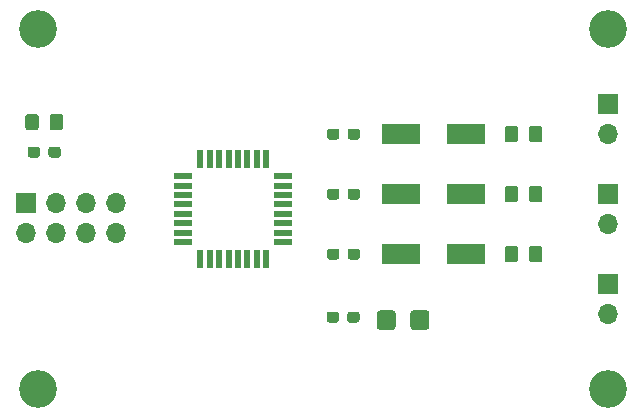
<source format=gbr>
%TF.GenerationSoftware,KiCad,Pcbnew,5.99.0-unknown-1463dd1~101~ubuntu20.04.1*%
%TF.CreationDate,2020-07-08T00:12:40-04:00*%
%TF.ProjectId,Metal Detector,4d657461-6c20-4446-9574-6563746f722e,rev?*%
%TF.SameCoordinates,Original*%
%TF.FileFunction,Soldermask,Top*%
%TF.FilePolarity,Negative*%
%FSLAX46Y46*%
G04 Gerber Fmt 4.6, Leading zero omitted, Abs format (unit mm)*
G04 Created by KiCad (PCBNEW 5.99.0-unknown-1463dd1~101~ubuntu20.04.1) date 2020-07-08 00:12:40*
%MOMM*%
%LPD*%
G01*
G04 APERTURE LIST*
%ADD10C,3.200000*%
%ADD11O,1.700000X1.700000*%
%ADD12R,1.700000X1.700000*%
%ADD13R,3.300000X1.700000*%
%ADD14R,0.550000X1.600000*%
%ADD15R,1.600000X0.550000*%
G04 APERTURE END LIST*
D10*
%TO.C,H4*%
X180340000Y-86360000D03*
%TD*%
%TO.C,H3*%
X228600000Y-86360000D03*
%TD*%
%TO.C,H2*%
X228600000Y-116840000D03*
%TD*%
%TO.C,H1*%
X180340000Y-116840000D03*
%TD*%
D11*
%TO.C,J1*%
X186944000Y-103632000D03*
X186944000Y-101092000D03*
X184404000Y-103632000D03*
X184404000Y-101092000D03*
X181864000Y-103632000D03*
X181864000Y-101092000D03*
X179324000Y-103632000D03*
D12*
X179324000Y-101092000D03*
%TD*%
D11*
%TO.C,coil2*%
X228600000Y-110490000D03*
D12*
X228600000Y-107950000D03*
%TD*%
%TO.C,R5*%
G36*
G01*
X181198000Y-97011500D02*
X181198000Y-96536500D01*
G75*
G02*
X181435500Y-96299000I237500J0D01*
G01*
X182010500Y-96299000D01*
G75*
G02*
X182248000Y-96536500I0J-237500D01*
G01*
X182248000Y-97011500D01*
G75*
G02*
X182010500Y-97249000I-237500J0D01*
G01*
X181435500Y-97249000D01*
G75*
G02*
X181198000Y-97011500I0J237500D01*
G01*
G37*
G36*
G01*
X179448000Y-97011500D02*
X179448000Y-96536500D01*
G75*
G02*
X179685500Y-96299000I237500J0D01*
G01*
X180260500Y-96299000D01*
G75*
G02*
X180498000Y-96536500I0J-237500D01*
G01*
X180498000Y-97011500D01*
G75*
G02*
X180260500Y-97249000I-237500J0D01*
G01*
X179685500Y-97249000D01*
G75*
G02*
X179448000Y-97011500I0J237500D01*
G01*
G37*
%TD*%
D13*
%TO.C,D4*%
X211052500Y-95250000D03*
X216552500Y-95250000D03*
%TD*%
%TO.C,D3*%
X211052500Y-105410000D03*
X216552500Y-105410000D03*
%TD*%
%TO.C,D2*%
X211052500Y-100330000D03*
X216552500Y-100330000D03*
%TD*%
D14*
%TO.C,U1*%
X194050000Y-97350000D03*
X194850000Y-97350000D03*
X195650000Y-97350000D03*
X196450000Y-97350000D03*
X197250000Y-97350000D03*
X198050000Y-97350000D03*
X198850000Y-97350000D03*
X199650000Y-97350000D03*
D15*
X201100000Y-98800000D03*
X201100000Y-99600000D03*
X201100000Y-100400000D03*
X201100000Y-101200000D03*
X201100000Y-102000000D03*
X201100000Y-102800000D03*
X201100000Y-103600000D03*
X201100000Y-104400000D03*
D14*
X199650000Y-105850000D03*
X198850000Y-105850000D03*
X198050000Y-105850000D03*
X197250000Y-105850000D03*
X196450000Y-105850000D03*
X195650000Y-105850000D03*
X194850000Y-105850000D03*
X194050000Y-105850000D03*
D15*
X192600000Y-104400000D03*
X192600000Y-103600000D03*
X192600000Y-102800000D03*
X192600000Y-102000000D03*
X192600000Y-101200000D03*
X192600000Y-100400000D03*
X192600000Y-99600000D03*
X192600000Y-98800000D03*
%TD*%
%TO.C,R4*%
G36*
G01*
X206532500Y-95487500D02*
X206532500Y-95012500D01*
G75*
G02*
X206770000Y-94775000I237500J0D01*
G01*
X207345000Y-94775000D01*
G75*
G02*
X207582500Y-95012500I0J-237500D01*
G01*
X207582500Y-95487500D01*
G75*
G02*
X207345000Y-95725000I-237500J0D01*
G01*
X206770000Y-95725000D01*
G75*
G02*
X206532500Y-95487500I0J237500D01*
G01*
G37*
G36*
G01*
X204782500Y-95487500D02*
X204782500Y-95012500D01*
G75*
G02*
X205020000Y-94775000I237500J0D01*
G01*
X205595000Y-94775000D01*
G75*
G02*
X205832500Y-95012500I0J-237500D01*
G01*
X205832500Y-95487500D01*
G75*
G02*
X205595000Y-95725000I-237500J0D01*
G01*
X205020000Y-95725000D01*
G75*
G02*
X204782500Y-95487500I0J237500D01*
G01*
G37*
%TD*%
%TO.C,R3*%
G36*
G01*
X206532500Y-105647500D02*
X206532500Y-105172500D01*
G75*
G02*
X206770000Y-104935000I237500J0D01*
G01*
X207345000Y-104935000D01*
G75*
G02*
X207582500Y-105172500I0J-237500D01*
G01*
X207582500Y-105647500D01*
G75*
G02*
X207345000Y-105885000I-237500J0D01*
G01*
X206770000Y-105885000D01*
G75*
G02*
X206532500Y-105647500I0J237500D01*
G01*
G37*
G36*
G01*
X204782500Y-105647500D02*
X204782500Y-105172500D01*
G75*
G02*
X205020000Y-104935000I237500J0D01*
G01*
X205595000Y-104935000D01*
G75*
G02*
X205832500Y-105172500I0J-237500D01*
G01*
X205832500Y-105647500D01*
G75*
G02*
X205595000Y-105885000I-237500J0D01*
G01*
X205020000Y-105885000D01*
G75*
G02*
X204782500Y-105647500I0J237500D01*
G01*
G37*
%TD*%
%TO.C,R2*%
G36*
G01*
X206532500Y-100567500D02*
X206532500Y-100092500D01*
G75*
G02*
X206770000Y-99855000I237500J0D01*
G01*
X207345000Y-99855000D01*
G75*
G02*
X207582500Y-100092500I0J-237500D01*
G01*
X207582500Y-100567500D01*
G75*
G02*
X207345000Y-100805000I-237500J0D01*
G01*
X206770000Y-100805000D01*
G75*
G02*
X206532500Y-100567500I0J237500D01*
G01*
G37*
G36*
G01*
X204782500Y-100567500D02*
X204782500Y-100092500D01*
G75*
G02*
X205020000Y-99855000I237500J0D01*
G01*
X205595000Y-99855000D01*
G75*
G02*
X205832500Y-100092500I0J-237500D01*
G01*
X205832500Y-100567500D01*
G75*
G02*
X205595000Y-100805000I-237500J0D01*
G01*
X205020000Y-100805000D01*
G75*
G02*
X204782500Y-100567500I0J237500D01*
G01*
G37*
%TD*%
%TO.C,R1*%
G36*
G01*
X206499000Y-110981500D02*
X206499000Y-110506500D01*
G75*
G02*
X206736500Y-110269000I237500J0D01*
G01*
X207311500Y-110269000D01*
G75*
G02*
X207549000Y-110506500I0J-237500D01*
G01*
X207549000Y-110981500D01*
G75*
G02*
X207311500Y-111219000I-237500J0D01*
G01*
X206736500Y-111219000D01*
G75*
G02*
X206499000Y-110981500I0J237500D01*
G01*
G37*
G36*
G01*
X204749000Y-110981500D02*
X204749000Y-110506500D01*
G75*
G02*
X204986500Y-110269000I237500J0D01*
G01*
X205561500Y-110269000D01*
G75*
G02*
X205799000Y-110506500I0J-237500D01*
G01*
X205799000Y-110981500D01*
G75*
G02*
X205561500Y-111219000I-237500J0D01*
G01*
X204986500Y-111219000D01*
G75*
G02*
X204749000Y-110981500I0J237500D01*
G01*
G37*
%TD*%
%TO.C,D1*%
G36*
G01*
X210604000Y-110423000D02*
X210604000Y-111573000D01*
G75*
G02*
X210354000Y-111823000I-250000J0D01*
G01*
X209254000Y-111823000D01*
G75*
G02*
X209004000Y-111573000I0J250000D01*
G01*
X209004000Y-110423000D01*
G75*
G02*
X209254000Y-110173000I250000J0D01*
G01*
X210354000Y-110173000D01*
G75*
G02*
X210604000Y-110423000I0J-250000D01*
G01*
G37*
G36*
G01*
X213454000Y-110423000D02*
X213454000Y-111573000D01*
G75*
G02*
X213204000Y-111823000I-250000J0D01*
G01*
X212104000Y-111823000D01*
G75*
G02*
X211854000Y-111573000I0J250000D01*
G01*
X211854000Y-110423000D01*
G75*
G02*
X212104000Y-110173000I250000J0D01*
G01*
X213204000Y-110173000D01*
G75*
G02*
X213454000Y-110423000I0J-250000D01*
G01*
G37*
%TD*%
D11*
%TO.C,coil3*%
X228600000Y-95250000D03*
D12*
X228600000Y-92710000D03*
%TD*%
D11*
%TO.C,coil1*%
X228600000Y-102870000D03*
D12*
X228600000Y-100330000D03*
%TD*%
%TO.C,C4*%
G36*
G01*
X221872500Y-95700000D02*
X221872500Y-94800000D01*
G75*
G02*
X222122500Y-94550000I250000J0D01*
G01*
X222772500Y-94550000D01*
G75*
G02*
X223022500Y-94800000I0J-250000D01*
G01*
X223022500Y-95700000D01*
G75*
G02*
X222772500Y-95950000I-250000J0D01*
G01*
X222122500Y-95950000D01*
G75*
G02*
X221872500Y-95700000I0J250000D01*
G01*
G37*
G36*
G01*
X219822500Y-95700000D02*
X219822500Y-94800000D01*
G75*
G02*
X220072500Y-94550000I250000J0D01*
G01*
X220722500Y-94550000D01*
G75*
G02*
X220972500Y-94800000I0J-250000D01*
G01*
X220972500Y-95700000D01*
G75*
G02*
X220722500Y-95950000I-250000J0D01*
G01*
X220072500Y-95950000D01*
G75*
G02*
X219822500Y-95700000I0J250000D01*
G01*
G37*
%TD*%
%TO.C,C3*%
G36*
G01*
X221872500Y-105860000D02*
X221872500Y-104960000D01*
G75*
G02*
X222122500Y-104710000I250000J0D01*
G01*
X222772500Y-104710000D01*
G75*
G02*
X223022500Y-104960000I0J-250000D01*
G01*
X223022500Y-105860000D01*
G75*
G02*
X222772500Y-106110000I-250000J0D01*
G01*
X222122500Y-106110000D01*
G75*
G02*
X221872500Y-105860000I0J250000D01*
G01*
G37*
G36*
G01*
X219822500Y-105860000D02*
X219822500Y-104960000D01*
G75*
G02*
X220072500Y-104710000I250000J0D01*
G01*
X220722500Y-104710000D01*
G75*
G02*
X220972500Y-104960000I0J-250000D01*
G01*
X220972500Y-105860000D01*
G75*
G02*
X220722500Y-106110000I-250000J0D01*
G01*
X220072500Y-106110000D01*
G75*
G02*
X219822500Y-105860000I0J250000D01*
G01*
G37*
%TD*%
%TO.C,C2*%
G36*
G01*
X221872500Y-100780000D02*
X221872500Y-99880000D01*
G75*
G02*
X222122500Y-99630000I250000J0D01*
G01*
X222772500Y-99630000D01*
G75*
G02*
X223022500Y-99880000I0J-250000D01*
G01*
X223022500Y-100780000D01*
G75*
G02*
X222772500Y-101030000I-250000J0D01*
G01*
X222122500Y-101030000D01*
G75*
G02*
X221872500Y-100780000I0J250000D01*
G01*
G37*
G36*
G01*
X219822500Y-100780000D02*
X219822500Y-99880000D01*
G75*
G02*
X220072500Y-99630000I250000J0D01*
G01*
X220722500Y-99630000D01*
G75*
G02*
X220972500Y-99880000I0J-250000D01*
G01*
X220972500Y-100780000D01*
G75*
G02*
X220722500Y-101030000I-250000J0D01*
G01*
X220072500Y-101030000D01*
G75*
G02*
X219822500Y-100780000I0J250000D01*
G01*
G37*
%TD*%
%TO.C,C1*%
G36*
G01*
X181298000Y-94684000D02*
X181298000Y-93784000D01*
G75*
G02*
X181548000Y-93534000I250000J0D01*
G01*
X182198000Y-93534000D01*
G75*
G02*
X182448000Y-93784000I0J-250000D01*
G01*
X182448000Y-94684000D01*
G75*
G02*
X182198000Y-94934000I-250000J0D01*
G01*
X181548000Y-94934000D01*
G75*
G02*
X181298000Y-94684000I0J250000D01*
G01*
G37*
G36*
G01*
X179248000Y-94684000D02*
X179248000Y-93784000D01*
G75*
G02*
X179498000Y-93534000I250000J0D01*
G01*
X180148000Y-93534000D01*
G75*
G02*
X180398000Y-93784000I0J-250000D01*
G01*
X180398000Y-94684000D01*
G75*
G02*
X180148000Y-94934000I-250000J0D01*
G01*
X179498000Y-94934000D01*
G75*
G02*
X179248000Y-94684000I0J250000D01*
G01*
G37*
%TD*%
M02*

</source>
